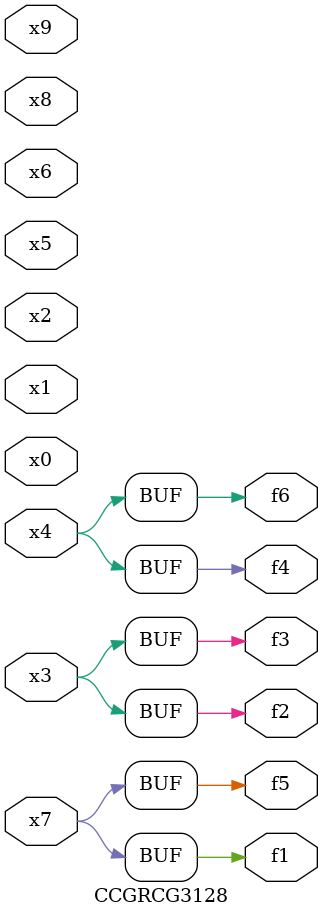
<source format=v>
module CCGRCG3128(
	input x0, x1, x2, x3, x4, x5, x6, x7, x8, x9,
	output f1, f2, f3, f4, f5, f6
);
	assign f1 = x7;
	assign f2 = x3;
	assign f3 = x3;
	assign f4 = x4;
	assign f5 = x7;
	assign f6 = x4;
endmodule

</source>
